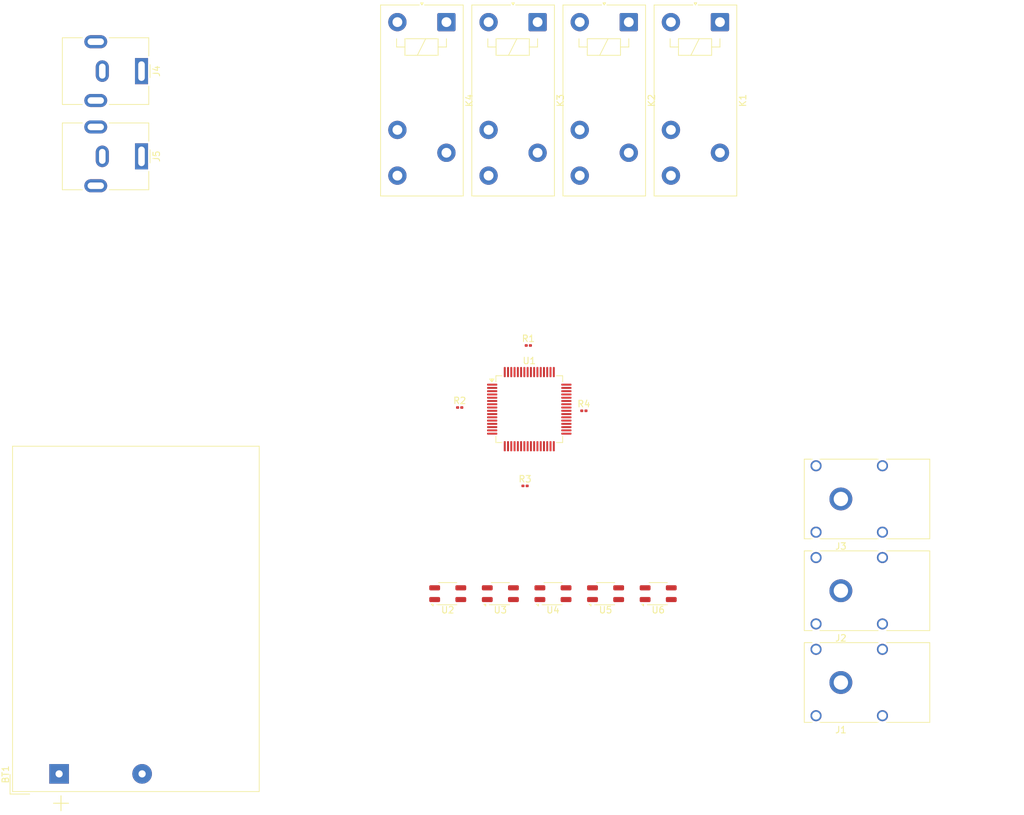
<source format=kicad_pcb>
(kicad_pcb (version 20241229) (generator "pcbnew") (generator_version "9.0")
  (layers (0 "F.Cu" signal) (2 "B.Cu" signal) (13 "F.Paste" user) (15 "B.Paste" user) (5 "F.SilkS" user "F.Silkscreen") (7 "B.SilkS" user "B.Silkscreen") (1 "F.Mask" user) (3 "B.Mask" user) (25 "Edge.Cuts" user))
  (net 0 "")
  (net 1 "Net-(BT1-+)")
  (net 2 "Net-(BT1--)")
  (net 3 "Net-(J1-Pin_1)")
  (net 4 "Net-(J2-Pin_1)")
  (net 5 "Net-(J3-Pin_1)")
  (net 7 "Net-(J4-Pin_1)")
  (net 9 "Net-(J5-Pin_1)")
  (net 10 "Net-(J1-Pin_2)")
  (net 11 "Net-(K1-PadA2)")
  (net 14 "Net-(U5-A)")
  (net 15 "+12V")
  (net 16 "Net-(K4-Pad14)")
  (net 17 "Net-(R1-Pad1)")
  (net 18 "Net-(U2-A)")
  (net 19 "Net-(U3-K)")
  (net 22 "Net-(U1-PA6)")
  (net 24 "Net-(U1-PA3)")
  (net 29 "Net-(U1-PA7)")
  (net 31 "Net-(U1-VSS-Pad18)")
  (net 39 "Net-(U1-PA12)")
  (net 40 "Net-(U1-PA8)")
  (net 52 "Net-(U1-PA9)")
  (net 56 "Net-(U1-PA11)")
  (net 63 "Net-(U1-PA10)")
  (net 64 "Net-(U1-PA5)")
  (net 73 "Net-(U1-PA4)")
  (net 81 "GND")
  (net 82 "Net-(U4-K)")
  (footprint "Package_QFP:LQFP-64_10x10mm_P0.5mm" (layer "F.Cu") (at 163.825 112.75)
    (property "Reference" "U1" (at 0 -7.4 0) (layer "F.SilkS"))
    (property "Value" "STM32L4A6RGTx")
    (fp_line (start -5.11 -5.11) (end -5.11 -4.16) (stroke (width 0.12)) (layer "F.SilkS"))
    (fp_line (start -5.11 5.11) (end -5.11 4.16) (stroke (width 0.12)) (layer "F.SilkS"))
    (fp_line (start -4.16 -5.11) (end -5.11 -5.11) (stroke (width 0.12)) (layer "F.SilkS"))
    (fp_line (start -4.16 5.11) (end -5.11 5.11) (stroke (width 0.12)) (layer "F.SilkS"))
    (fp_line (start 4.16 -5.11) (end 5.11 -5.11) (stroke (width 0.12)) (layer "F.SilkS"))
    (fp_line (start 4.16 5.11) (end 5.11 5.11) (stroke (width 0.12)) (layer "F.SilkS"))
    (fp_line (start 5.11 -5.11) (end 5.11 -4.16) (stroke (width 0.12)) (layer "F.SilkS"))
    (fp_line (start 5.11 5.11) (end 5.11 4.16) (stroke (width 0.12)) (layer "F.SilkS"))
    (fp_poly (pts (xy -5.725 -4.16) (xy -6.065 -4.63) (xy -5.385 -4.63) (xy -5.725 -4.16)) (stroke (width 0.12)) (fill yes) (layer "F.SilkS"))
    (pad "1" smd roundrect (at -5.675 -3.75) (size 1.55 0.3) (layers "F.Cu" "F.Mask" "F.Paste"))
    (pad "2" smd roundrect (at -5.675 -3.25) (size 1.55 0.3) (layers "F.Cu" "F.Mask" "F.Paste"))
    (pad "3" smd roundrect (at -5.675 -2.75) (size 1.55 0.3) (layers "F.Cu" "F.Mask" "F.Paste"))
    (pad "4" smd roundrect (at -5.675 -2.25) (size 1.55 0.3) (layers "F.Cu" "F.Mask" "F.Paste"))
    (pad "5" smd roundrect (at -5.675 -1.75) (size 1.55 0.3) (layers "F.Cu" "F.Mask" "F.Paste"))
    (pad "6" smd roundrect (at -5.675 -1.25) (size 1.55 0.3) (layers "F.Cu" "F.Mask" "F.Paste"))
    (pad "7" smd roundrect (at -5.675 -0.75) (size 1.55 0.3) (layers "F.Cu" "F.Mask" "F.Paste"))
    (pad "8" smd roundrect (at -5.675 -0.25) (size 1.55 0.3) (layers "F.Cu" "F.Mask" "F.Paste"))
    (pad "9" smd roundrect (at -5.675 0.25) (size 1.55 0.3) (layers "F.Cu" "F.Mask" "F.Paste"))
    (pad "10" smd roundrect (at -5.675 0.75) (size 1.55 0.3) (layers "F.Cu" "F.Mask" "F.Paste"))
    (pad "11" smd roundrect (at -5.675 1.25) (size 1.55 0.3) (layers "F.Cu" "F.Mask" "F.Paste"))
    (pad "12" smd roundrect (at -5.675 1.75) (size 1.55 0.3) (layers "F.Cu" "F.Mask" "F.Paste"))
    (pad "13" smd roundrect (at -5.675 2.25) (size 1.55 0.3) (layers "F.Cu" "F.Mask" "F.Paste"))
    (pad "14" smd roundrect (at -5.675 2.75) (size 1.55 0.3) (layers "F.Cu" "F.Mask" "F.Paste"))
    (pad "15" smd roundrect (at -5.675 3.25) (size 1.55 0.3) (layers "F.Cu" "F.Mask" "F.Paste"))
    (pad "16" smd roundrect (at -5.675 3.75) (size 1.55 0.3) (layers "F.Cu" "F.Mask" "F.Paste"))
    (pad "17" smd roundrect (at -3.75 5.675) (size 0.3 1.55) (layers "F.Cu" "F.Mask" "F.Paste") (net 24 "Net-(U1-PA3)"))
    (pad "18" smd roundrect (at -3.25 5.675) (size 0.3 1.55) (layers "F.Cu" "F.Mask" "F.Paste") (net 31 "Net-(U1-VSS-Pad18)"))
    (pad "19" smd roundrect (at -2.75 5.675) (size 0.3 1.55) (layers "F.Cu" "F.Mask" "F.Paste"))
    (pad "20" smd roundrect (at -2.25 5.675) (size 0.3 1.55) (layers "F.Cu" "F.Mask" "F.Paste") (net 73 "Net-(U1-PA4)"))
    (pad "21" smd roundrect (at -1.75 5.675) (size 0.3 1.55) (layers "F.Cu" "F.Mask" "F.Paste") (net 64 "Net-(U1-PA5)"))
    (pad "22" smd roundrect (at -1.25 5.675) (size 0.3 1.55) (layers "F.Cu" "F.Mask" "F.Paste") (net 22 "Net-(U1-PA6)"))
    (pad "23" smd roundrect (at -0.75 5.675) (size 0.3 1.55) (layers "F.Cu" "F.Mask" "F.Paste") (net 29 "Net-(U1-PA7)"))
    (pad "24" smd roundrect (at -0.25 5.675) (size 0.3 1.55) (layers "F.Cu" "F.Mask" "F.Paste"))
    (pad "25" smd roundrect (at 0.25 5.675) (size 0.3 1.55) (layers "F.Cu" "F.Mask" "F.Paste"))
    (pad "26" smd roundrect (at 0.75 5.675) (size 0.3 1.55) (layers "F.Cu" "F.Mask" "F.Paste"))
    (pad "27" smd roundrect (at 1.25 5.675) (size 0.3 1.55) (layers "F.Cu" "F.Mask" "F.Paste"))
    (pad "28" smd roundrect (at 1.75 5.675) (size 0.3 1.55) (layers "F.Cu" "F.Mask" "F.Paste"))
    (pad "29" smd roundrect (at 2.25 5.675) (size 0.3 1.55) (layers "F.Cu" "F.Mask" "F.Paste"))
    (pad "30" smd roundrect (at 2.75 5.675) (size 0.3 1.55) (layers "F.Cu" "F.Mask" "F.Paste"))
    (pad "31" smd roundrect (at 3.25 5.675) (size 0.3 1.55) (layers "F.Cu" "F.Mask" "F.Paste") (net 31 "Net-(U1-VSS-Pad18)"))
    (pad "32" smd roundrect (at 3.75 5.675) (size 0.3 1.55) (layers "F.Cu" "F.Mask" "F.Paste"))
    (pad "33" smd roundrect (at 5.675 3.75) (size 1.55 0.3) (layers "F.Cu" "F.Mask" "F.Paste"))
    (pad "34" smd roundrect (at 5.675 3.25) (size 1.55 0.3) (layers "F.Cu" "F.Mask" "F.Paste"))
    (pad "35" smd roundrect (at 5.675 2.75) (size 1.55 0.3) (layers "F.Cu" "F.Mask" "F.Paste"))
    (pad "36" smd roundrect (at 5.675 2.25) (size 1.55 0.3) (layers "F.Cu" "F.Mask" "F.Paste"))
    (pad "37" smd roundrect (at 5.675 1.75) (size 1.55 0.3) (layers "F.Cu" "F.Mask" "F.Paste"))
    (pad "38" smd roundrect (at 5.675 1.25) (size 1.55 0.3) (layers "F.Cu" "F.Mask" "F.Paste"))
    (pad "39" smd roundrect (at 5.675 0.75) (size 1.55 0.3) (layers "F.Cu" "F.Mask" "F.Paste"))
    (pad "40" smd roundrect (at 5.675 0.25) (size 1.55 0.3) (layers "F.Cu" "F.Mask" "F.Paste"))
    (pad "41" smd roundrect (at 5.675 -0.25) (size 1.55 0.3) (layers "F.Cu" "F.Mask" "F.Paste") (net 40 "Net-(U1-PA8)"))
    (pad "42" smd roundrect (at 5.675 -0.75) (size 1.55 0.3) (layers "F.Cu" "F.Mask" "F.Paste") (net 52 "Net-(U1-PA9)"))
    (pad "43" smd roundrect (at 5.675 -1.25) (size 1.55 0.3) (layers "F.Cu" "F.Mask" "F.Paste") (net 63 "Net-(U1-PA10)"))
    (pad "44" smd roundrect (at 5.675 -1.75) (size 1.55 0.3) (layers "F.Cu" "F.Mask" "F.Paste") (net 56 "Net-(U1-PA11)"))
    (pad "45" smd roundrect (at 5.675 -2.25) (size 1.55 0.3) (layers "F.Cu" "F.Mask" "F.Paste") (net 39 "Net-(U1-PA12)"))
    (pad "46" smd roundrect (at 5.675 -2.75) (size 1.55 0.3) (layers "F.Cu" "F.Mask" "F.Paste"))
    (pad "47" smd roundrect (at 5.675 -3.25) (size 1.55 0.3) (layers "F.Cu" "F.Mask" "F.Paste") (net 31 "Net-(U1-VSS-Pad18)"))
    (pad "48" smd roundrect (at 5.675 -3.75) (size 1.55 0.3) (layers "F.Cu" "F.Mask" "F.Paste"))
    (pad "49" smd roundrect (at 3.75 -5.675) (size 0.3 1.55) (layers "F.Cu" "F.Mask" "F.Paste"))
    (pad "50" smd roundrect (at 3.25 -5.675) (size 0.3 1.55) (layers "F.Cu" "F.Mask" "F.Paste"))
    (pad "51" smd roundrect (at 2.75 -5.675) (size 0.3 1.55) (layers "F.Cu" "F.Mask" "F.Paste"))
    (pad "52" smd roundrect (at 2.25 -5.675) (size 0.3 1.55) (layers "F.Cu" "F.Mask" "F.Paste"))
    (pad "53" smd roundrect (at 1.75 -5.675) (size 0.3 1.55) (layers "F.Cu" "F.Mask" "F.Paste"))
    (pad "54" smd roundrect (at 1.25 -5.675) (size 0.3 1.55) (layers "F.Cu" "F.Mask" "F.Paste"))
    (pad "55" smd roundrect (at 0.75 -5.675) (size 0.3 1.55) (layers "F.Cu" "F.Mask" "F.Paste"))
    (pad "56" smd roundrect (at 0.25 -5.675) (size 0.3 1.55) (layers "F.Cu" "F.Mask" "F.Paste"))
    (pad "57" smd roundrect (at -0.25 -5.675) (size 0.3 1.55) (layers "F.Cu" "F.Mask" "F.Paste"))
    (pad "58" smd roundrect (at -0.75 -5.675) (size 0.3 1.55) (layers "F.Cu" "F.Mask" "F.Paste"))
    (pad "59" smd roundrect (at -1.25 -5.675) (size 0.3 1.55) (layers "F.Cu" "F.Mask" "F.Paste"))
    (pad "60" smd roundrect (at -1.75 -5.675) (size 0.3 1.55) (layers "F.Cu" "F.Mask" "F.Paste"))
    (pad "61" smd roundrect (at -2.25 -5.675) (size 0.3 1.55) (layers "F.Cu" "F.Mask" "F.Paste"))
    (pad "62" smd roundrect (at -2.75 -5.675) (size 0.3 1.55) (layers "F.Cu" "F.Mask" "F.Paste"))
    (pad "63" smd roundrect (at -3.25 -5.675) (size 0.3 1.55) (layers "F.Cu" "F.Mask" "F.Paste") (net 31 "Net-(U1-VSS-Pad18)"))
    (pad "64" smd roundrect (at -3.75 -5.675) (size 0.3 1.55) (layers "F.Cu" "F.Mask" "F.Paste"))
  )
  (footprint "OptoDevice:OnSemi_CASE100CY" (layer "F.Cu") (at 167.45 141 90)
    (property "Reference" "U4" (at -2.5 0 0) (layer "F.SilkS"))
    (property "Value" "Optocoupleur Proximite 1")
    (fp_line (start 1.7 1.4) (end 1.7 -1.4) (stroke (width 0.12)) (layer "F.SilkS"))
    (fp_line (start -1.7 1.4) (end -1.7 -1.67) (stroke (width 0.12)) (layer "F.SilkS"))
    (fp_poly (pts (xy -1.61 -2.23) (xy -1.89 -2.23) (xy -1.61 -2.51) (xy -1.61 -2.23)) (stroke (width 0.12)) (fill yes) (layer "F.SilkS"))
    (pad "1" smd roundrect (at -0.9 -2 90) (size 0.79 1.66) (layers "F.Cu" "F.Mask" "F.Paste") (net 15 "+12V"))
    (pad "2" smd roundrect (at -0.9 2 90) (size 0.79 1.66) (layers "F.Cu" "F.Mask" "F.Paste") (net 82 "Net-(U4-K)"))
    (pad "3" smd roundrect (at 0.9 2 90) (size 0.79 1.66) (layers "F.Cu" "F.Mask" "F.Paste") (net 29 "Net-(U1-PA7)"))
    (pad "4" smd roundrect (at 0.9 -2 90) (size 0.79 1.66) (layers "F.Cu" "F.Mask" "F.Paste") (net 40 "Net-(U1-PA8)"))
  )
  (footprint "Relay_THT:Relay_SPDT_Finder_40.31" (layer "F.Cu") (at 179.05 53.5 -90)
    (property "Reference" "K2" (at 12 -3.5 90) (layer "F.SilkS"))
    (property "Value" "Relai de Charge 2 - C2")
    (fp_line (start 26.62 10.07) (end -2.62 10.07) (stroke (width 0.12)) (layer "F.SilkS"))
    (fp_line (start 3.81 7.62) (end 2.54 7.62) (stroke (width 0.12)) (layer "F.SilkS"))
    (fp_line (start 2.54 6.35) (end 2.54 1.27) (stroke (width 0.12)) (layer "F.SilkS"))
    (fp_line (start 3.81 6.35) (end 3.81 7.62) (stroke (width 0.12)) (layer "F.SilkS"))
    (fp_line (start 5.08 6.35) (end 2.54 6.35) (stroke (width 0.12)) (layer "F.SilkS"))
    (fp_line (start -2.62 4.15) (end -2.62 10.07) (stroke (width 0.12)) (layer "F.SilkS"))
    (fp_line (start -2.62 3.35) (end -2.62 -2.57) (stroke (width 0.12)) (layer "F.SilkS"))
    (fp_line (start 2.54 3.175) (end 5.08 4.445) (stroke (width 0.12)) (layer "F.SilkS"))
    (fp_line (start 2.54 1.27) (end 3.81 1.27) (stroke (width 0.12)) (layer "F.SilkS"))
    (fp_line (start 3.81 1.27) (end 5.08 1.27) (stroke (width 0.12)) (layer "F.SilkS"))
    (fp_line (start 5.08 1.27) (end 5.08 6.35) (stroke (width 0.12)) (layer "F.SilkS"))
    (fp_line (start 2.54 0) (end 3.81 0) (stroke (width 0.12)) (layer "F.SilkS"))
    (fp_line (start 3.81 0) (end 3.81 1.27) (stroke (width 0.12)) (layer "F.SilkS"))
    (fp_line (start -2.62 -2.57) (end 26.62 -2.57) (stroke (width 0.12)) (layer "F.SilkS"))
    (fp_line (start 26.62 -2.57) (end 26.62 10.07) (stroke (width 0.12)) (layer "F.SilkS"))
    (fp_poly (pts (xy -2.62 3.75) (xy -2.959411 3.95) (xy -2.959411 3.55) (xy -2.62 3.75)) (stroke (width 0.12)) (fill yes) (layer "F.SilkS"))
    (pad "11" thru_hole circle (at 20 0 270) (size 2.8 2.8) (drill 1.5) (layers "*.Cu" "*.Mask"))
    (pad "12" thru_hole circle (at 16.5 7.5 270) (size 2.8 2.8) (drill 1.5) (layers "*.Cu" "*.Mask"))
    (pad "14" thru_hole circle (at 23.5 7.5 270) (size 2.8 2.8) (drill 1.5) (layers "*.Cu" "*.Mask") (net 3 "Net-(J1-Pin_1)"))
    (pad "A1" thru_hole roundrect (at 0 0 270) (size 2.8 2.8) (drill 1.5) (layers "*.Cu" "*.Mask") (roundrect_rratio 0.08928571429) (net 4 "Net-(J2-Pin_1)"))
    (pad "A2" thru_hole circle (at 0 7.5 270) (size 2.8 2.8) (drill 1.5) (layers "*.Cu" "*.Mask") (net 11 "Net-(K1-PadA2)"))
  )
  (footprint "OptoDevice:OnSemi_CASE100CY" (layer "F.Cu") (at 151.35 141 90)
    (property "Reference" "U2" (at -2.5 0 0) (layer "F.SilkS"))
    (property "Value" "Optocoupleur Vehicule 1")
    (fp_line (start 1.7 1.4) (end 1.7 -1.4) (stroke (width 0.12)) (layer "F.SilkS"))
    (fp_line (start -1.7 1.4) (end -1.7 -1.67) (stroke (width 0.12)) (layer "F.SilkS"))
    (fp_poly (pts (xy -1.61 -2.23) (xy -1.89 -2.23) (xy -1.61 -2.51) (xy -1.61 -2.23)) (stroke (width 0.12)) (fill yes) (layer "F.SilkS"))
    (pad "1" smd roundrect (at -0.9 -2 90) (size 0.79 1.66) (layers "F.Cu" "F.Mask" "F.Paste") (net 18 "Net-(U2-A)"))
    (pad "2" smd roundrect (at -0.9 2 90) (size 0.79 1.66) (layers "F.Cu" "F.Mask" "F.Paste") (net 81 "GND"))
    (pad "3" smd roundrect (at 0.9 2 90) (size 0.79 1.66) (layers "F.Cu" "F.Mask" "F.Paste") (net 56 "Net-(U1-PA11)"))
    (pad "4" smd roundrect (at 0.9 -2 90) (size 0.79 1.66) (layers "F.Cu" "F.Mask" "F.Paste") (net 39 "Net-(U1-PA12)"))
  )
  (footprint "Connector_BarrelJack:BarrelJack_CUI_PJ-063AH_Horizontal" (layer "F.Cu") (at 104.5 74.05 -90)
    (property "Reference" "J5" (at 0 -2.3 90) (layer "F.SilkS"))
    (property "Value" "Plug Permission de Charge")
    (fp_line (start -5.11 12.11) (end -5.11 9.05) (stroke (width 0.12)) (layer "F.SilkS"))
    (fp_line (start 5.11 12.11) (end -5.11 12.11) (stroke (width 0.12)) (layer "F.SilkS"))
    (fp_line (start 5.11 9.05) (end 5.11 12.11) (stroke (width 0.12)) (layer "F.SilkS"))
    (fp_line (start -5.11 4.95) (end -5.11 -1.11) (stroke (width 0.12)) (layer "F.SilkS"))
    (fp_line (start -5.11 -1.11) (end -2.3 -1.11) (stroke (width 0.12)) (layer "F.SilkS"))
    (fp_line (start 2.3 -1.11) (end 5.11 -1.11) (stroke (width 0.12)) (layer "F.SilkS"))
    (fp_line (start 5.11 -1.11) (end 5.11 4.95) (stroke (width 0.12)) (layer "F.SilkS"))
    (fp_line (start -1 -1.3) (end 1 -1.3) (stroke (width 0.12)) (layer "F.SilkS"))
    (pad "" np_thru_hole circle (at 0 9 270) (size 1.6 1.6) (drill 1.6) (layers "*.Cu" "*.Mask"))
    (pad "1" thru_hole rect (at 0 0 270) (size 4 2) (drill oval 3 1) (layers "*.Cu" "*.Mask") (net 9 "Net-(J5-Pin_1)"))
    (pad "2" thru_hole oval (at 0 6 270) (size 3.3 2) (drill oval 2.3 1) (layers "*.Cu" "*.Mask"))
    (pad "MP" thru_hole oval (at -4.5 7 270) (size 2 3.5) (drill oval 1 2.5) (layers "*.Cu" "*.Mask"))
    (pad "MP" thru_hole oval (at 4.5 7 270) (size 2 3.5) (drill oval 1 2.5) (layers "*.Cu" "*.Mask"))
  )
  (footprint "OptoDevice:OnSemi_CASE100CY" (layer "F.Cu") (at 183.55 141 90)
    (property "Reference" "U6" (at -2.5 0 0) (layer "F.SilkS"))
    (property "Value" "Optocoupleur Permission de Charge")
    (fp_line (start 1.7 1.4) (end 1.7 -1.4) (stroke (width 0.12)) (layer "F.SilkS"))
    (fp_line (start -1.7 1.4) (end -1.7 -1.67) (stroke (width 0.12)) (layer "F.SilkS"))
    (fp_poly (pts (xy -1.61 -2.23) (xy -1.89 -2.23) (xy -1.61 -2.51) (xy -1.61 -2.23)) (stroke (width 0.12)) (fill yes) (layer "F.SilkS"))
    (pad "1" smd roundrect (at -0.9 -2 90) (size 0.79 1.66) (layers "F.Cu" "F.Mask" "F.Paste") (net 24 "Net-(U1-PA3)"))
    (pad "2" smd roundrect (at -0.9 2 90) (size 0.79 1.66) (layers "F.Cu" "F.Mask" "F.Paste") (net 73 "Net-(U1-PA4)"))
    (pad "3" smd roundrect (at 0.9 2 90) (size 0.79 1.66) (layers "F.Cu" "F.Mask" "F.Paste") (net 17 "Net-(R1-Pad1)"))
    (pad "4" smd roundrect (at 0.9 -2 90) (size 0.79 1.66) (layers "F.Cu" "F.Mask" "F.Paste") (net 81 "GND"))
  )
  (footprint "Relay_THT:Relay_SPDT_Finder_40.31" (layer "F.Cu") (at 151.15 53.5 -90)
    (property "Reference" "K4" (at 12 -3.5 90) (layer "F.SilkS"))
    (property "Value" "Relai de Proximite")
    (fp_line (start 26.62 10.07) (end -2.62 10.07) (stroke (width 0.12)) (layer "F.SilkS"))
    (fp_line (start 3.81 7.62) (end 2.54 7.62) (stroke (width 0.12)) (layer "F.SilkS"))
    (fp_line (start 2.54 6.35) (end 2.54 1.27) (stroke (width 0.12)) (layer "F.SilkS"))
    (fp_line (start 3.81 6.35) (end 3.81 7.62) (stroke (width 0.12)) (layer "F.SilkS"))
    (fp_line (start 5.08 6.35) (end 2.54 6.35) (stroke (width 0.12)) (layer "F.SilkS"))
    (fp_line (start -2.62 4.15) (end -2.62 10.07) (stroke (width 0.12)) (layer "F.SilkS"))
    (fp_line (start -2.62 3.35) (end -2.62 -2.57) (stroke (width 0.12)) (layer "F.SilkS"))
    (fp_line (start 2.54 3.175) (end 5.08 4.445) (stroke (width 0.12)) (layer "F.SilkS"))
    (fp_line (start 2.54 1.27) (end 3.81 1.27) (stroke (width 0.12)) (layer "F.SilkS"))
    (fp_line (start 3.81 1.27) (end 5.08 1.27) (stroke (width 0.12)) (layer "F.SilkS"))
    (fp_line (start 5.08 1.27) (end 5.08 6.35) (stroke (width 0.12)) (layer "F.SilkS"))
    (fp_line (start 2.54 0) (end 3.81 0) (stroke (width 0.12)) (layer "F.SilkS"))
    (fp_line (start 3.81 0) (end 3.81 1.27) (stroke (width 0.12)) (layer "F.SilkS"))
    (fp_line (start -2.62 -2.57) (end 26.62 -2.57) (stroke (width 0.12)) (layer "F.SilkS"))
    (fp_line (start 26.62 -2.57) (end 26.62 10.07) (stroke (width 0.12)) (layer "F.SilkS"))
    (fp_poly (pts (xy -2.62 3.75) (xy -2.959411 3.95) (xy -2.959411 3.55) (xy -2.62 3.75)) (stroke (width 0.12)) (fill yes) (layer "F.SilkS"))
    (pad "11" thru_hole circle (at 20 0 270) (size 2.8 2.8) (drill 1.5) (layers "*.Cu" "*.Mask"))
    (pad "12" thru_hole circle (at 16.5 7.5 270) (size 2.8 2.8) (drill 1.5) (layers "*.Cu" "*.Mask"))
    (pad "14" thru_hole circle (at 23.5 7.5 270) (size 2.8 2.8) (drill 1.5) (layers "*.Cu" "*.Mask") (net 16 "Net-(K4-Pad14)"))
    (pad "A1" thru_hole roundrect (at 0 0 270) (size 2.8 2.8) (drill 1.5) (layers "*.Cu" "*.Mask") (roundrect_rratio 0.08928571429) (net 15 "+12V"))
    (pad "A2" thru_hole circle (at 0 7.5 270) (size 2.8 2.8) (drill 1.5) (layers "*.Cu" "*.Mask") (net 14 "Net-(U5-A)"))
  )
  (footprint "Connector:Banana_Cliff_FCR7350B_S16N-PC_Horizontal" (layer "F.Cu") (at 211.5 126.5 180)
    (property "Reference" "J3" (at 0 -7.25 0) (layer "F.SilkS"))
    (property "Value" "Plug Charge 2")
    (fp_line (start 5.6 6.1) (end 5.6 -6.1) (stroke (width 0.12)) (layer "F.SilkS"))
    (fp_line (start 5.6 -6.1) (end 4.4 -6.1) (stroke (width 0.12)) (layer "F.SilkS"))
    (fp_line (start 4.4 6.1) (end 5.6 6.1) (stroke (width 0.12)) (layer "F.SilkS"))
    (fp_line (start 3.2 -6.1) (end -5.7 -6.1) (stroke (width 0.12)) (layer "F.SilkS"))
    (fp_line (start -5.7 6.1) (end 3.2 6.1) (stroke (width 0.12)) (layer "F.SilkS"))
    (fp_line (start -7 -6.1) (end -13.6 -6.1) (stroke (width 0.12)) (layer "F.SilkS"))
    (fp_line (start -13.6 6.1) (end -7 6.1) (stroke (width 0.12)) (layer "F.SilkS"))
    (fp_line (start -13.6 -6.1) (end -13.6 6.1) (stroke (width 0.12)) (layer "F.SilkS"))
    (pad "" np_thru_hole circle (at -6.36 -5.08 180) (size 1.7 1.7) (drill 1.2) (layers "*.Cu" "*.Mask"))
    (pad "" np_thru_hole circle (at -6.36 5.08 180) (size 1.7 1.7) (drill 1.2) (layers "*.Cu" "*.Mask"))
    (pad "" np_thru_hole circle (at 3.8 -5.08 180) (size 1.7 1.7) (drill 1.2) (layers "*.Cu" "*.Mask"))
    (pad "" np_thru_hole circle (at 3.8 5.08 180) (size 1.7 1.7) (drill 1.2) (layers "*.Cu" "*.Mask"))
    (pad "1" thru_hole circle (at 0 0 180) (size 3.5 3.5) (drill 2.2) (layers "*.Cu" "*.Mask") (net 5 "Net-(J3-Pin_1)"))
  )
  (footprint "Connector:Banana_Cliff_FCR7350B_S16N-PC_Horizontal" (layer "F.Cu") (at 211.5 154.6 180)
    (property "Reference" "J1" (at 0 -7.25 0) (layer "F.SilkS"))
    (property "Value" "Connecteur EVSE-Vehicule")
    (fp_line (start 5.6 6.1) (end 5.6 -6.1) (stroke (width 0.12)) (layer "F.SilkS"))
    (fp_line (start 5.6 -6.1) (end 4.4 -6.1) (stroke (width 0.12)) (layer "F.SilkS"))
    (fp_line (start 4.4 6.1) (end 5.6 6.1) (stroke (width 0.12)) (layer "F.SilkS"))
    (fp_line (start 3.2 -6.1) (end -5.7 -6.1) (stroke (width 0.12)) (layer "F.SilkS"))
    (fp_line (start -5.7 6.1) (end 3.2 6.1) (stroke (width 0.12)) (layer "F.SilkS"))
    (fp_line (start -7 -6.1) (end -13.6 -6.1) (stroke (width 0.12)) (layer "F.SilkS"))
    (fp_line (start -13.6 6.1) (end -7 6.1) (stroke (width 0.12)) (layer "F.SilkS"))
    (fp_line (start -13.6 -6.1) (end -13.6 6.1) (stroke (width 0.12)) (layer "F.SilkS"))
    (pad "" np_thru_hole circle (at -6.36 -5.08 180) (size 1.7 1.7) (drill 1.2) (layers "*.Cu" "*.Mask"))
    (pad "" np_thru_hole circle (at -6.36 5.08 180) (size 1.7 1.7) (drill 1.2) (layers "*.Cu" "*.Mask"))
    (pad "" np_thru_hole circle (at 3.8 -5.08 180) (size 1.7 1.7) (drill 1.2) (layers "*.Cu" "*.Mask"))
    (pad "" np_thru_hole circle (at 3.8 5.08 180) (size 1.7 1.7) (drill 1.2) (layers "*.Cu" "*.Mask"))
    (pad "1" thru_hole circle (at 0 0 180) (size 3.5 3.5) (drill 2.2) (layers "*.Cu" "*.Mask") (net 3 "Net-(J1-Pin_1)"))
  )
  (footprint "OptoDevice:OnSemi_CASE100CY" (layer "F.Cu") (at 175.5 141 90)
    (property "Reference" "U5" (at -2.5 0 0) (layer "F.SilkS"))
    (property "Value" "Optocoupleur Proximite 2")
    (fp_line (start 1.7 1.4) (end 1.7 -1.4) (stroke (width 0.12)) (layer "F.SilkS"))
    (fp_line (start -1.7 1.4) (end -1.7 -1.67) (stroke (width 0.12)) (layer "F.SilkS"))
    (fp_poly (pts (xy -1.61 -2.23) (xy -1.89 -2.23) (xy -1.61 -2.51) (xy -1.61 -2.23)) (stroke (width 0.12)) (fill yes) (layer "F.SilkS"))
    (pad "1" smd roundrect (at -0.9 -2 90) (size 0.79 1.66) (layers "F.Cu" "F.Mask" "F.Paste") (net 14 "Net-(U5-A)"))
    (pad "2" smd roundrect (at -0.9 2 90) (size 0.79 1.66) (layers "F.Cu" "F.Mask" "F.Paste") (net 81 "GND"))
    (pad "3" smd roundrect (at 0.9 2 90) (size 0.79 1.66) (layers "F.Cu" "F.Mask" "F.Paste") (net 64 "Net-(U1-PA5)"))
    (pad "4" smd roundrect (at 0.9 -2 90) (size 0.79 1.66) (layers "F.Cu" "F.Mask" "F.Paste") (net 22 "Net-(U1-PA6)"))
  )
  (footprint "Battery:BatteryHolder_Keystone_2479_3xAAA" (layer "F.Cu") (at 91.8925 168.5825 90)
    (property "Reference" "BT1" (at -0.09 -8.195 90) (layer "F.SilkS"))
    (property "Value" "Batterie Vehicule")
    (fp_line (start -3.09 -7.5) (end -0.09 -7.5) (stroke (width 0.12)) (layer "F.SilkS"))
    (fp_line (start 50.16 -7.12) (end 50.16 30.62) (stroke (width 0.12)) (layer "F.SilkS"))
    (fp_line (start -2.71 -7.12) (end 50.16 -7.12) (stroke (width 0.12)) (layer "F.SilkS"))
    (fp_line (start -2.71 -7.12) (end -2.71 30.62) (stroke (width 0.12)) (layer "F.SilkS"))
    (fp_line (start -3.09 -4.5) (end -3.09 -7.5) (stroke (width 0.12)) (layer "F.SilkS"))
    (fp_line (start -2.71 30.62) (end 50.16 30.62) (stroke (width 0.12)) (layer "F.SilkS"))
    (fp_text user "+" (at -4.5 0.05 90) (layer "F.SilkS") (effects (font (size 3 3))))
    (pad "" np_thru_hole circle (at 23.72 0 90) (size 3.45 3.45) (drill 3.45) (layers "*.Cu" "*.Mask"))
    (pad "" np_thru_hole circle (at 23.72 23.5 90) (size 3.45 3.45) (drill 3.45) (layers "*.Cu" "*.Mask"))
    (pad "1" thru_hole rect (at 0 0 90) (size 3 3) (drill 1.1) (layers "*.Cu" "*.Mask") (net 1 "Net-(BT1-+)"))
    (pad "2" thru_hole circle (at 0 12.7 90) (size 3 3) (drill 1.1) (layers "*.Cu" "*.Mask") (net 2 "Net-(BT1--)"))
  )
  (footprint "OptoDevice:OnSemi_CASE100CY" (layer "F.Cu") (at 159.4 141 90)
    (property "Reference" "U3" (at -2.5 0 0) (layer "F.SilkS"))
    (property "Value" "Optocoupleur Vehicule 2")
    (fp_line (start 1.7 1.4) (end 1.7 -1.4) (stroke (width 0.12)) (layer "F.SilkS"))
    (fp_line (start -1.7 1.4) (end -1.7 -1.67) (stroke (width 0.12)) (layer "F.SilkS"))
    (fp_poly (pts (xy -1.61 -2.23) (xy -1.89 -2.23) (xy -1.61 -2.51) (xy -1.61 -2.23)) (stroke (width 0.12)) (fill yes) (layer "F.SilkS"))
    (pad "1" smd roundrect (at -0.9 -2 90) (size 0.79 1.66) (layers "F.Cu" "F.Mask" "F.Paste") (net 4 "Net-(J2-Pin_1)"))
    (pad "2" smd roundrect (at -0.9 2 90) (size 0.79 1.66) (layers "F.Cu" "F.Mask" "F.Paste") (net 19 "Net-(U3-K)"))
    (pad "3" smd roundrect (at 0.9 2 90) (size 0.79 1.66) (layers "F.Cu" "F.Mask" "F.Paste") (net 52 "Net-(U1-PA9)"))
    (pad "4" smd roundrect (at 0.9 -2 90) (size 0.79 1.66) (layers "F.Cu" "F.Mask" "F.Paste") (net 63 "Net-(U1-PA10)"))
  )
  (footprint "Relay_THT:Relay_SPDT_Finder_40.31" (layer "F.Cu") (at 193 53.5 -90)
    (property "Reference" "K1" (at 12 -3.5 90) (layer "F.SilkS"))
    (property "Value" "Relai de Charge 1 - C1")
    (fp_line (start 26.62 10.07) (end -2.62 10.07) (stroke (width 0.12)) (layer "F.SilkS"))
    (fp_line (start 3.81 7.62) (end 2.54 7.62) (stroke (width 0.12)) (layer "F.SilkS"))
    (fp_line (start 2.54 6.35) (end 2.54 1.27) (stroke (width 0.12)) (layer "F.SilkS"))
    (fp_line (start 3.81 6.35) (end 3.81 7.62) (stroke (width 0.12)) (layer "F.SilkS"))
    (fp_line (start 5.08 6.35) (end 2.54 6.35) (stroke (width 0.12)) (layer "F.SilkS"))
    (fp_line (start -2.62 4.15) (end -2.62 10.07) (stroke (width 0.12)) (layer "F.SilkS"))
    (fp_line (start -2.62 3.35) (end -2.62 -2.57) (stroke (width 0.12)) (layer "F.SilkS"))
    (fp_line (start 2.54 3.175) (end 5.08 4.445) (stroke (width 0.12)) (layer "F.SilkS"))
    (fp_line (start 2.54 1.27) (end 3.81 1.27) (stroke (width 0.12)) (layer "F.SilkS"))
    (fp_line (start 3.81 1.27) (end 5.08 1.27) (stroke (width 0.12)) (layer "F.SilkS"))
    (fp_line (start 5.08 1.27) (end 5.08 6.35) (stroke (width 0.12)) (layer "F.SilkS"))
    (fp_line (start 2.54 0) (end 3.81 0) (stroke (width 0.12)) (layer "F.SilkS"))
    (fp_line (start 3.81 0) (end 3.81 1.27) (stroke (width 0.12)) (layer "F.SilkS"))
    (fp_line (start -2.62 -2.57) (end 26.62 -2.57) (stroke (width 0.12)) (layer "F.SilkS"))
    (fp_line (start 26.62 -2.57) (end 26.62 10.07) (stroke (width 0.12)) (layer "F.SilkS"))
    (fp_poly (pts (xy -2.62 3.75) (xy -2.959411 3.95) (xy -2.959411 3.55) (xy -2.62 3.75)) (stroke (width 0.12)) (fill yes) (layer "F.SilkS"))
    (pad "11" thru_hole circle (at 20 0 270) (size 2.8 2.8) (drill 1.5) (layers "*.Cu" "*.Mask"))
    (pad "12" thru_hole circle (at 16.5 7.5 270) (size 2.8 2.8) (drill 1.5) (layers "*.Cu" "*.Mask"))
    (pad "14" thru_hole circle (at 23.5 7.5 270) (size 2.8 2.8) (drill 1.5) (layers "*.Cu" "*.Mask") (net 10 "Net-(J1-Pin_2)"))
    (pad "A1" thru_hole roundrect (at 0 0 270) (size 2.8 2.8) (drill 1.5) (layers "*.Cu" "*.Mask") (roundrect_rratio 0.08928571429) (net 4 "Net-(J2-Pin_1)"))
    (pad "A2" thru_hole circle (at 0 7.5 270) (size 2.8 2.8) (drill 1.5) (layers "*.Cu" "*.Mask") (net 11 "Net-(K1-PadA2)"))
  )
  (footprint "Resistor_SMD:R_0201_0603Metric" (layer "F.Cu") (at 163.68 103)
    (property "Reference" "R1" (at 0 -1.05 0) (layer "F.SilkS"))
    (property "Value" "R")
    (pad "1" smd roundrect (at -0.32 0) (size 0.46 0.4) (layers "F.Cu" "F.Mask") (net 17 "Net-(R1-Pad1)"))
    (pad "2" smd roundrect (at 0.32 0) (size 0.46 0.4) (layers "F.Cu" "F.Mask") (net 9 "Net-(J5-Pin_1)"))
  )
  (footprint "Resistor_SMD:R_0201_0603Metric" (layer "F.Cu") (at 163.18 124.5)
    (property "Reference" "R3" (at 0 -1.05 0) (layer "F.SilkS"))
    (property "Value" "R")
    (pad "1" smd roundrect (at -0.32 0) (size 0.46 0.4) (layers "F.Cu" "F.Mask") (net 19 "Net-(U3-K)"))
    (pad "2" smd roundrect (at 0.32 0) (size 0.46 0.4) (layers "F.Cu" "F.Mask") (net 5 "Net-(J3-Pin_1)"))
  )
  (footprint "Connector_BarrelJack:BarrelJack_CUI_PJ-063AH_Horizontal" (layer "F.Cu") (at 104.5 61 -90)
    (property "Reference" "J4" (at 0 -2.3 90) (layer "F.SilkS"))
    (property "Value" "Plug Detecteur de Proximite")
    (fp_line (start -5.11 12.11) (end -5.11 9.05) (stroke (width 0.12)) (layer "F.SilkS"))
    (fp_line (start 5.11 12.11) (end -5.11 12.11) (stroke (width 0.12)) (layer "F.SilkS"))
    (fp_line (start 5.11 9.05) (end 5.11 12.11) (stroke (width 0.12)) (layer "F.SilkS"))
    (fp_line (start -5.11 4.95) (end -5.11 -1.11) (stroke (width 0.12)) (layer "F.SilkS"))
    (fp_line (start -5.11 -1.11) (end -2.3 -1.11) (stroke (width 0.12)) (layer "F.SilkS"))
    (fp_line (start 2.3 -1.11) (end 5.11 -1.11) (stroke (width 0.12)) (layer "F.SilkS"))
    (fp_line (start 5.11 -1.11) (end 5.11 4.95) (stroke (width 0.12)) (layer "F.SilkS"))
    (fp_line (start -1 -1.3) (end 1 -1.3) (stroke (width 0.12)) (layer "F.SilkS"))
    (pad "" np_thru_hole circle (at 0 9 270) (size 1.6 1.6) (drill 1.6) (layers "*.Cu" "*.Mask"))
    (pad "1" thru_hole rect (at 0 0 270) (size 4 2) (drill oval 3 1) (layers "*.Cu" "*.Mask") (net 7 "Net-(J4-Pin_1)"))
    (pad "2" thru_hole oval (at 0 6 270) (size 3.3 2) (drill oval 2.3 1) (layers "*.Cu" "*.Mask"))
    (pad "MP" thru_hole oval (at -4.5 7 270) (size 2 3.5) (drill oval 1 2.5) (layers "*.Cu" "*.Mask"))
    (pad "MP" thru_hole oval (at 4.5 7 270) (size 2 3.5) (drill oval 1 2.5) (layers "*.Cu" "*.Mask"))
  )
  (footprint "Resistor_SMD:R_0201_0603Metric" (layer "F.Cu") (at 172.18 113)
    (property "Reference" "R4" (at 0 -1.05 0) (layer "F.SilkS"))
    (property "Value" "R")
    (pad "1" smd roundrect (at -0.32 0) (size 0.46 0.4) (layers "F.Cu" "F.Mask") (net 16 "Net-(K4-Pad14)"))
    (pad "2" smd roundrect (at 0.32 0) (size 0.46 0.4) (layers "F.Cu" "F.Mask") (net 7 "Net-(J4-Pin_1)"))
  )
  (footprint "Resistor_SMD:R_0201_0603Metric" (layer "F.Cu") (at 153.18 112.5)
    (property "Reference" "R2" (at 0 -1.05 0) (layer "F.SilkS"))
    (property "Value" "R")
    (pad "1" smd roundrect (at -0.32 0) (size 0.46 0.4) (layers "F.Cu" "F.Mask") (net 18 "Net-(U2-A)"))
    (pad "2" smd roundrect (at 0.32 0) (size 0.46 0.4) (layers "F.Cu" "F.Mask") (net 4 "Net-(J2-Pin_1)"))
  )
  (footprint "Connector:Banana_Cliff_FCR7350B_S16N-PC_Horizontal" (layer "F.Cu") (at 211.5 140.55 180)
    (property "Reference" "J2" (at 0 -7.25 0) (layer "F.SilkS"))
    (property "Value" "Plug Charge 1")
    (fp_line (start 5.6 6.1) (end 5.6 -6.1) (stroke (width 0.12)) (layer "F.SilkS"))
    (fp_line (start 5.6 -6.1) (end 4.4 -6.1) (stroke (width 0.12)) (layer "F.SilkS"))
    (fp_line (start 4.4 6.1) (end 5.6 6.1) (stroke (width 0.12)) (layer "F.SilkS"))
    (fp_line (start 3.2 -6.1) (end -5.7 -6.1) (stroke (width 0.12)) (layer "F.SilkS"))
    (fp_line (start -5.7 6.1) (end 3.2 6.1) (stroke (width 0.12)) (layer "F.SilkS"))
    (fp_line (start -7 -6.1) (end -13.6 -6.1) (stroke (width 0.12)) (layer "F.SilkS"))
    (fp_line (start -13.6 6.1) (end -7 6.1) (stroke (width 0.12)) (layer "F.SilkS"))
    (fp_line (start -13.6 -6.1) (end -13.6 6.1) (stroke (width 0.12)) (layer "F.SilkS"))
    (pad "" np_thru_hole circle (at -6.36 -5.08 180) (size 1.7 1.7) (drill 1.2) (layers "*.Cu" "*.Mask"))
    (pad "" np_thru_hole circle (at -6.36 5.08 180) (size 1.7 1.7) (drill 1.2) (layers "*.Cu" "*.Mask"))
    (pad "" np_thru_hole circle (at 3.8 -5.08 180) (size 1.7 1.7) (drill 1.2) (layers "*.Cu" "*.Mask"))
    (pad "" np_thru_hole circle (at 3.8 5.08 180) (size 1.7 1.7) (drill 1.2) (layers "*.Cu" "*.Mask"))
    (pad "1" thru_hole circle (at 0 0 180) (size 3.5 3.5) (drill 2.2) (layers "*.Cu" "*.Mask") (net 4 "Net-(J2-Pin_1)"))
  )
  (footprint "Relay_THT:Relay_SPDT_Finder_40.31" (layer "F.Cu") (at 165.1 53.5 -90)
    (property "Reference" "K3" (at 12 -3.5 90) (layer "F.SilkS"))
    (property "Value" "Relai de Charge 3 - C3")
    (fp_line (start 26.62 10.07) (end -2.62 10.07) (stroke (width 0.12)) (layer "F.SilkS"))
    (fp_line (start 3.81 7.62) (end 2.54 7.62) (stroke (width 0.12)) (layer "F.SilkS"))
    (fp_line (start 2.54 6.35) (end 2.54 1.27) (stroke (width 0.12)) (layer "F.SilkS"))
    (fp_line (start 3.81 6.35) (end 3.81 7.62) (stroke (width 0.12)) (layer "F.SilkS"))
    (fp_line (start 5.08 6.35) (end 2.54 6.35) (stroke (width 0.12)) (layer "F.SilkS"))
    (fp_line (start -2.62 4.15) (end -2.62 10.07) (stroke (width 0.12)) (layer "F.SilkS"))
    (fp_line (start -2.62 3.35) (end -2.62 -2.57) (stroke (width 0.12)) (layer "F.SilkS"))
    (fp_line (start 2.54 3.175) (end 5.08 4.445) (stroke (width 0.12)) (layer "F.SilkS"))
    (fp_line (start 2.54 1.27) (end 3.81 1.27) (stroke (width 0.12)) (layer "F.SilkS"))
    (fp_line (start 3.81 1.27) (end 5.08 1.27) (stroke (width 0.12)) (layer "F.SilkS"))
    (fp_line (start 5.08 1.27) (end 5.08 6.35) (stroke (width 0.12)) (layer "F.SilkS"))
    (fp_line (start 2.54 0) (end 3.81 0) (stroke (width 0.12)) (layer "F.SilkS"))
    (fp_line (start 3.81 0) (end 3.81 1.27) (stroke (width 0.12)) (layer "F.SilkS"))
    (fp_line (start -2.62 -2.57) (end 26.62 -2.57) (stroke (width 0.12)) (layer "F.SilkS"))
    (fp_line (start 26.62 -2.57) (end 26.62 10.07) (stroke (width 0.12)) (layer "F.SilkS"))
    (fp_poly (pts (xy -2.62 3.75) (xy -2.959411 3.95) (xy -2.959411 3.55) (xy -2.62 3.75)) (stroke (width 0.12)) (fill yes) (layer "F.SilkS"))
    (pad "11" thru_hole circle (at 20 0 270) (size 2.8 2.8) (drill 1.5) (layers "*.Cu" "*.Mask"))
    (pad "12" thru_hole circle (at 16.5 7.5 270) (size 2.8 2.8) (drill 1.5) (layers "*.Cu" "*.Mask"))
    (pad "14" thru_hole circle (at 23.5 7.5 270) (size 2.8 2.8) (drill 1.5) (layers "*.Cu" "*.Mask") (net 5 "Net-(J3-Pin_1)"))
    (pad "A1" thru_hole roundrect (at 0 0 270) (size 2.8 2.8) (drill 1.5) (layers "*.Cu" "*.Mask") (roundrect_rratio 0.08928571429))
    (pad "A2" thru_hole circle (at 0 7.5 270) (size 2.8 2.8) (drill 1.5) (layers "*.Cu" "*.Mask"))
  )
)
</source>
